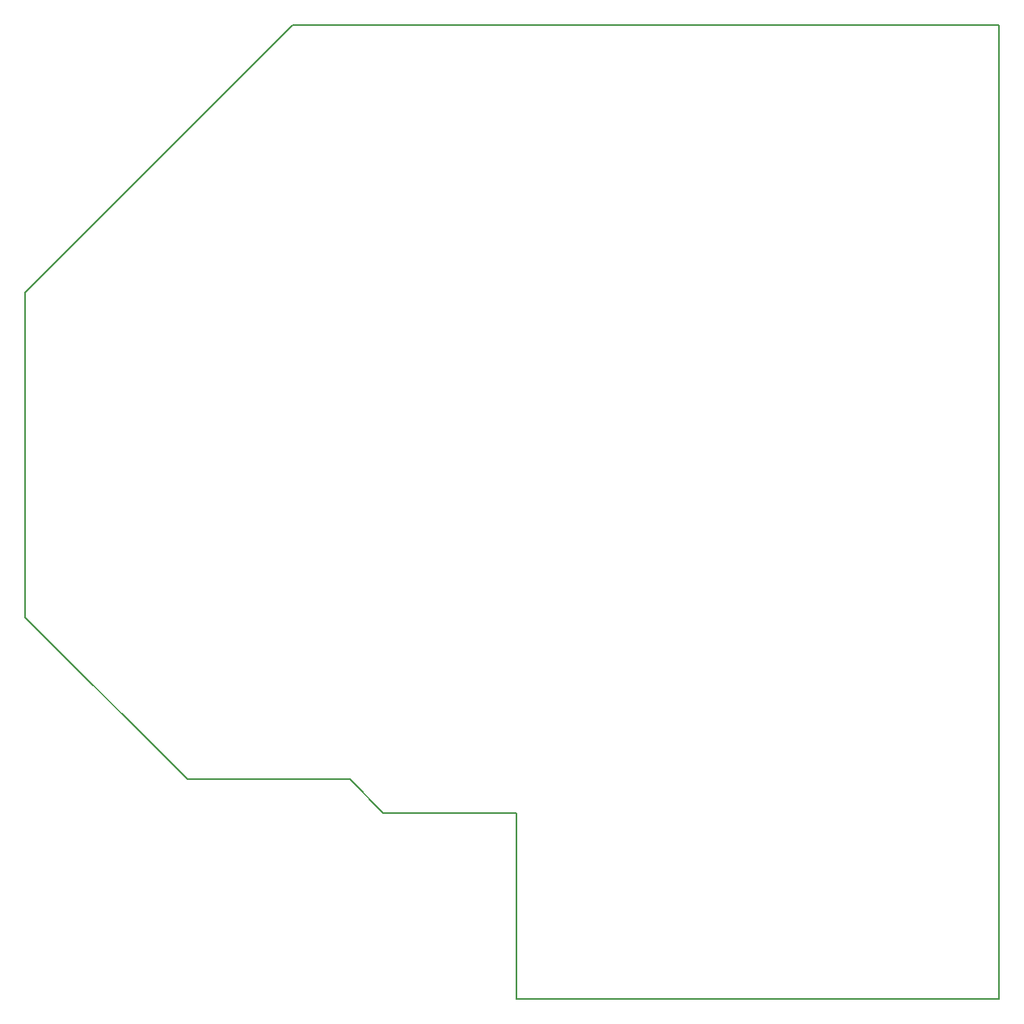
<source format=gm1>
%TF.GenerationSoftware,KiCad,Pcbnew,9.0.2*%
%TF.CreationDate,2025-06-22T12:36:18+02:00*%
%TF.ProjectId,kicad,6b696361-642e-46b6-9963-61645f706362,rev?*%
%TF.SameCoordinates,Original*%
%TF.FileFunction,Profile,NP*%
%FSLAX46Y46*%
G04 Gerber Fmt 4.6, Leading zero omitted, Abs format (unit mm)*
G04 Created by KiCad (PCBNEW 9.0.2) date 2025-06-22 12:36:18*
%MOMM*%
%LPD*%
G01*
G04 APERTURE LIST*
%TA.AperFunction,Profile*%
%ADD10C,0.150000*%
%TD*%
G04 APERTURE END LIST*
D10*
X115000000Y-115500000D02*
X115000000Y-13500000D01*
X115000000Y-115500000D02*
X64500000Y-115500000D01*
X64500000Y-115500000D02*
X64500000Y-96000000D01*
X50500000Y-96000000D02*
X64500000Y-96000000D01*
X50500000Y-96000000D02*
X47000000Y-92500000D01*
X47000000Y-92500000D02*
X30000000Y-92500000D01*
X30000000Y-92500000D02*
X13000000Y-75500000D01*
X13000000Y-75500000D02*
X13000000Y-41500000D01*
X13000000Y-41500000D02*
X41000000Y-13500000D01*
X41000000Y-13500000D02*
X115000000Y-13500000D01*
M02*

</source>
